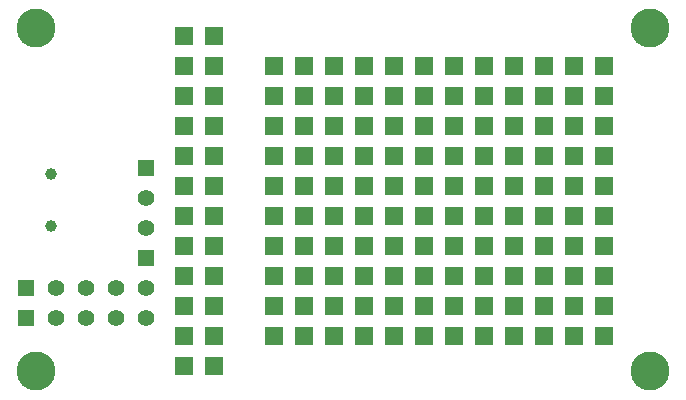
<source format=gbs>
G75*
G70*
%OFA0B0*%
%FSLAX24Y24*%
%IPPOS*%
%LPD*%
%AMOC8*
5,1,8,0,0,1.08239X$1,22.5*
%
%ADD10C,0.1300*%
%ADD11C,0.0394*%
%ADD12R,0.0555X0.0555*%
%ADD13C,0.0555*%
%ADD14R,0.0631X0.0631*%
D10*
X005969Y004991D03*
X005969Y016409D03*
X026442Y016409D03*
X026442Y004991D03*
D11*
X006461Y009834D03*
X006461Y011566D03*
D12*
X009644Y011765D03*
X009644Y008765D03*
X005644Y007765D03*
X005644Y006765D03*
D13*
X006644Y006765D03*
X007644Y006765D03*
X008644Y006765D03*
X009644Y006765D03*
X009644Y007765D03*
X008644Y007765D03*
X007644Y007765D03*
X006644Y007765D03*
X009644Y009765D03*
X009644Y010765D03*
D14*
X010894Y011167D03*
X011894Y011167D03*
X011894Y012167D03*
X010894Y012167D03*
X010894Y013167D03*
X011894Y013167D03*
X011894Y014167D03*
X010894Y014167D03*
X010894Y015167D03*
X011894Y015167D03*
X011894Y016167D03*
X010894Y016167D03*
X013894Y015167D03*
X014894Y015167D03*
X015894Y015167D03*
X016894Y015167D03*
X017894Y015167D03*
X018894Y015167D03*
X019894Y015167D03*
X020894Y015167D03*
X021894Y015167D03*
X022894Y015167D03*
X023894Y015167D03*
X024894Y015167D03*
X024894Y014167D03*
X023894Y014167D03*
X022894Y014167D03*
X021894Y014167D03*
X020894Y014167D03*
X019894Y014167D03*
X018894Y014167D03*
X017894Y014167D03*
X016894Y014167D03*
X015894Y014167D03*
X014894Y014167D03*
X013894Y014167D03*
X013894Y013167D03*
X014894Y013167D03*
X015894Y013167D03*
X016894Y013167D03*
X017894Y013167D03*
X018894Y013167D03*
X019894Y013167D03*
X020894Y013167D03*
X021894Y013167D03*
X022894Y013167D03*
X023894Y013167D03*
X024894Y013167D03*
X024894Y012167D03*
X023894Y012167D03*
X022894Y012167D03*
X021894Y012167D03*
X020894Y012167D03*
X019894Y012167D03*
X018894Y012167D03*
X017894Y012167D03*
X016894Y012167D03*
X015894Y012167D03*
X014894Y012167D03*
X013894Y012167D03*
X013894Y011167D03*
X014894Y011167D03*
X015894Y011167D03*
X016894Y011167D03*
X017894Y011167D03*
X018894Y011167D03*
X019894Y011167D03*
X020894Y011167D03*
X021894Y011167D03*
X022894Y011167D03*
X023894Y011167D03*
X024894Y011167D03*
X024894Y010167D03*
X023894Y010167D03*
X022894Y010167D03*
X021894Y010167D03*
X020894Y010167D03*
X019894Y010167D03*
X018894Y010167D03*
X017894Y010167D03*
X016894Y010167D03*
X015894Y010167D03*
X014894Y010167D03*
X013894Y010167D03*
X013894Y009167D03*
X014894Y009167D03*
X015894Y009167D03*
X016894Y009167D03*
X017894Y009167D03*
X018894Y009167D03*
X019894Y009167D03*
X020894Y009167D03*
X021894Y009167D03*
X022894Y009167D03*
X023894Y009167D03*
X024894Y009167D03*
X024894Y008167D03*
X023894Y008167D03*
X022894Y008167D03*
X021894Y008167D03*
X020894Y008167D03*
X019894Y008167D03*
X018894Y008167D03*
X017894Y008167D03*
X016894Y008167D03*
X015894Y008167D03*
X014894Y008167D03*
X013894Y008167D03*
X013894Y007167D03*
X014894Y007167D03*
X015894Y007167D03*
X016894Y007167D03*
X017894Y007167D03*
X018894Y007167D03*
X019894Y007167D03*
X020894Y007167D03*
X021894Y007167D03*
X022894Y007167D03*
X023894Y007167D03*
X024894Y007167D03*
X024894Y006167D03*
X023894Y006167D03*
X022894Y006167D03*
X021894Y006167D03*
X020894Y006167D03*
X019894Y006167D03*
X018894Y006167D03*
X017894Y006167D03*
X016894Y006167D03*
X015894Y006167D03*
X014894Y006167D03*
X013894Y006167D03*
X011894Y006167D03*
X010894Y006167D03*
X010894Y007167D03*
X011894Y007167D03*
X011894Y008167D03*
X010894Y008167D03*
X010894Y009167D03*
X011894Y009167D03*
X011894Y010167D03*
X010894Y010167D03*
X010894Y005167D03*
X011894Y005167D03*
M02*

</source>
